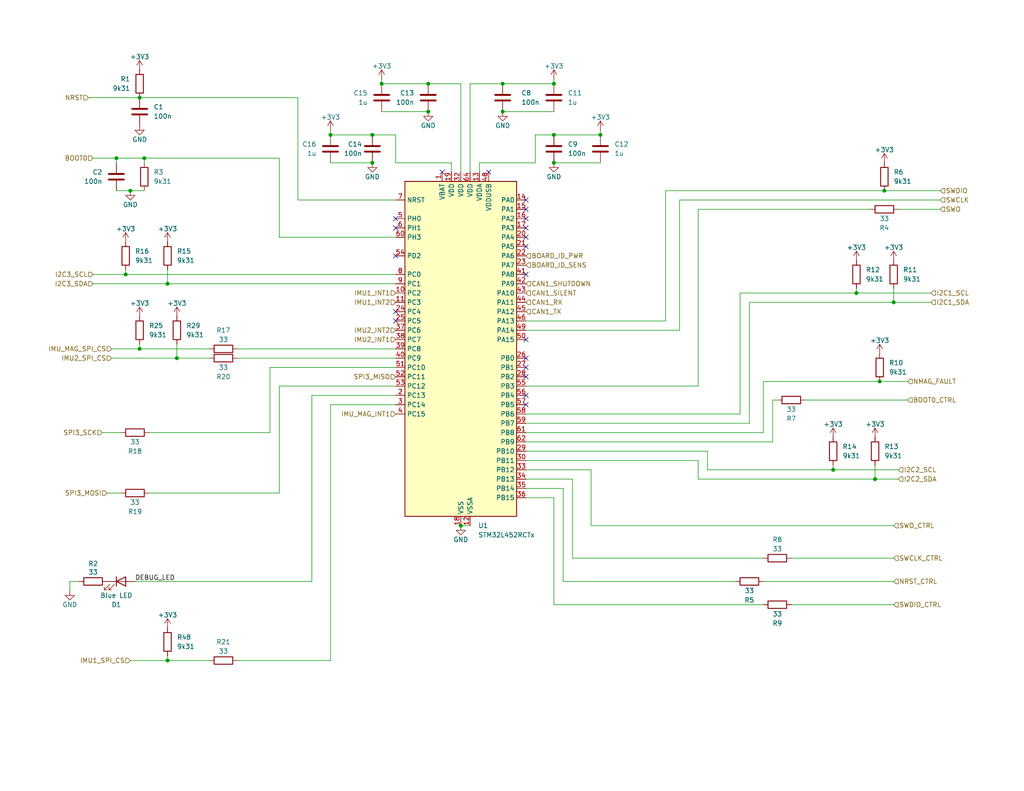
<source format=kicad_sch>
(kicad_sch (version 20231120) (generator "eeschema") (generator_version "8.0")
  (paper "USLetter")
  (title_block (title "Magnetorquer Control Board") (date "2025-02-12") (rev "${PCB_VERSION}") (company "TVSC"))
  (lib_symbols
    (symbol "Device:C" (pin_numbers hide) (pin_names (offset 0.254))
      (property "Reference" "C" (at 0.635 2.54 0))
      (property "Value" "C" (at 0.635 -2.54 0))
      (symbol "C_0_1"
        (polyline (pts (xy -2.032 -0.762) (xy 2.032 -0.762)) (stroke (width 0.508)))
        (polyline (pts (xy -2.032 0.762) (xy 2.032 0.762)) (stroke (width 0.508)))
      )
      (symbol "C_1_1"
        (pin passive line (at 0 3.81 270) (length 2.794) (name "~") (number "1"))
        (pin passive line (at 0 -3.81 90) (length 2.794) (name "~") (number "2"))
      )
    )
    (symbol "Device:LED" (pin_numbers hide) (pin_names (offset 1.016) hide)
      (property "Reference" "D" (at 0 2.54 0))
      (property "Value" "LED" (at 0 -2.54 0))
      (symbol "LED_0_1"
        (polyline (pts (xy -1.27 -1.27) (xy -1.27 1.27)) (stroke (width 0.254)))
        (polyline (pts (xy -1.27 0) (xy 1.27 0)))
        (polyline (pts (xy 1.27 -1.27) (xy 1.27 1.27) (xy -1.27 0) (xy 1.27 -1.27)) (stroke (width 0.254)))
        (polyline (pts (xy -3.048 -0.762) (xy -4.572 -2.286) (xy -3.81 -2.286) (xy -4.572 -2.286) (xy -4.572 -1.524)))
        (polyline (pts (xy -1.778 -0.762) (xy -3.302 -2.286) (xy -2.54 -2.286) (xy -3.302 -2.286) (xy -3.302 -1.524)))
      )
      (symbol "LED_1_1"
        (pin passive line (at -3.81 0 0) (length 2.54) (name "K") (number "1"))
        (pin passive line (at 3.81 0 180) (length 2.54) (name "A") (number "2"))
      )
    )
    (symbol "Device:R" (pin_numbers hide) (pin_names (offset 0))
      (property "Reference" "R" (at 2.032 0 90))
      (property "Value" "R" (at 0 0 90))
      (symbol "R_0_1"
        (rectangle (start -1.016 -2.54) (end 1.016 2.54) (stroke (width 0.254)))
      )
      (symbol "R_1_1"
        (pin passive line (at 0 3.81 270) (length 1.27) (name "~") (number "1"))
        (pin passive line (at 0 -3.81 90) (length 1.27) (name "~") (number "2"))
      )
    )
    (symbol "MCU_ST_STM32L4:STM32L452RCTx"
      (property "Reference" "U" (at -15.24 46.99 0))
      (property "Value" "STM32L452RCTx" (at 10.16 46.99 0))
      (symbol "STM32L452RCTx_0_1"
        (rectangle (start -15.24 -45.72) (end 15.24 45.72) (stroke (width 0.254)) (fill (type background)))
      )
      (symbol "STM32L452RCTx_1_1"
        (pin power_in line (at -5.08 48.26 270) (length 2.54) (name "VBAT") (number "1"))
        (pin bidirectional line (at -17.78 15.24 0) (length 2.54) (name "PC2") (number "10"))
        (pin bidirectional line (at -17.78 12.7 0) (length 2.54) (name "PC3") (number "11"))
        (pin power_in line (at 2.54 -48.26 90) (length 2.54) (name "VSSA") (number "12"))
        (pin power_in line (at 5.08 48.26 270) (length 2.54) (name "VDDA") (number "13"))
        (pin bidirectional line (at 17.78 40.64 180) (length 2.54) (name "PA0") (number "14"))
        (pin bidirectional line (at 17.78 38.1 180) (length 2.54) (name "PA1") (number "15"))
        (pin bidirectional line (at 17.78 35.56 180) (length 2.54) (name "PA2") (number "16"))
        (pin bidirectional line (at 17.78 33.02 180) (length 2.54) (name "PA3") (number "17"))
        (pin power_in line (at 0 -48.26 90) (length 2.54) (name "VSS") (number "18"))
        (pin power_in line (at -2.54 48.26 270) (length 2.54) (name "VDD") (number "19"))
        (pin bidirectional line (at -17.78 -12.7 0) (length 2.54) (name "PC13") (number "2"))
        (pin bidirectional line (at 17.78 30.48 180) (length 2.54) (name "PA4") (number "20"))
        (pin bidirectional line (at 17.78 27.94 180) (length 2.54) (name "PA5") (number "21"))
        (pin bidirectional line (at 17.78 25.4 180) (length 2.54) (name "PA6") (number "22"))
        (pin bidirectional line (at 17.78 22.86 180) (length 2.54) (name "PA7") (number "23"))
        (pin bidirectional line (at -17.78 10.16 0) (length 2.54) (name "PC4") (number "24"))
        (pin bidirectional line (at -17.78 7.62 0) (length 2.54) (name "PC5") (number "25"))
        (pin bidirectional line (at 17.78 -2.54 180) (length 2.54) (name "PB0") (number "26"))
        (pin bidirectional line (at 17.78 -5.08 180) (length 2.54) (name "PB1") (number "27"))
        (pin bidirectional line (at 17.78 -7.62 180) (length 2.54) (name "PB2") (number "28"))
        (pin bidirectional line (at 17.78 -27.94 180) (length 2.54) (name "PB10") (number "29"))
        (pin bidirectional line (at -17.78 -15.24 0) (length 2.54) (name "PC14") (number "3"))
        (pin bidirectional line (at 17.78 -30.48 180) (length 2.54) (name "PB11") (number "30"))
        (pin passive line (at 0 -48.26 90) (length 2.54) hide (name "VSS") (number "31"))
        (pin power_in line (at 0 48.26 270) (length 2.54) (name "VDD") (number "32"))
        (pin bidirectional line (at 17.78 -33.02 180) (length 2.54) (name "PB12") (number "33"))
        (pin bidirectional line (at 17.78 -35.56 180) (length 2.54) (name "PB13") (number "34"))
        (pin bidirectional line (at 17.78 -38.1 180) (length 2.54) (name "PB14") (number "35"))
        (pin bidirectional line (at 17.78 -40.64 180) (length 2.54) (name "PB15") (number "36"))
        (pin bidirectional line (at -17.78 5.08 0) (length 2.54) (name "PC6") (number "37"))
        (pin bidirectional line (at -17.78 2.54 0) (length 2.54) (name "PC7") (number "38"))
        (pin bidirectional line (at -17.78 0 0) (length 2.54) (name "PC8") (number "39"))
        (pin bidirectional line (at -17.78 -17.78 0) (length 2.54) (name "PC15") (number "4"))
        (pin bidirectional line (at -17.78 -2.54 0) (length 2.54) (name "PC9") (number "40"))
        (pin bidirectional line (at 17.78 20.32 180) (length 2.54) (name "PA8") (number "41"))
        (pin bidirectional line (at 17.78 17.78 180) (length 2.54) (name "PA9") (number "42"))
        (pin bidirectional line (at 17.78 15.24 180) (length 2.54) (name "PA10") (number "43"))
        (pin bidirectional line (at 17.78 12.7 180) (length 2.54) (name "PA11") (number "44"))
        (pin bidirectional line (at 17.78 10.16 180) (length 2.54) (name "PA12") (number "45"))
        (pin bidirectional line (at 17.78 7.62 180) (length 2.54) (name "PA13") (number "46"))
        (pin passive line (at 0 -48.26 90) (length 2.54) hide (name "VSS") (number "47"))
        (pin power_in line (at 7.62 48.26 270) (length 2.54) (name "VDDUSB") (number "48"))
        (pin bidirectional line (at 17.78 5.08 180) (length 2.54) (name "PA14") (number "49"))
        (pin bidirectional line (at -17.78 35.56 0) (length 2.54) (name "PH0") (number "5"))
        (pin bidirectional line (at 17.78 2.54 180) (length 2.54) (name "PA15") (number "50"))
        (pin bidirectional line (at -17.78 -5.08 0) (length 2.54) (name "PC10") (number "51"))
        (pin bidirectional line (at -17.78 -7.62 0) (length 2.54) (name "PC11") (number "52"))
        (pin bidirectional line (at -17.78 -10.16 0) (length 2.54) (name "PC12") (number "53"))
        (pin bidirectional line (at -17.78 25.4 0) (length 2.54) (name "PD2") (number "54"))
        (pin bidirectional line (at 17.78 -10.16 180) (length 2.54) (name "PB3") (number "55"))
        (pin bidirectional line (at 17.78 -12.7 180) (length 2.54) (name "PB4") (number "56"))
        (pin bidirectional line (at 17.78 -15.24 180) (length 2.54) (name "PB5") (number "57"))
        (pin bidirectional line (at 17.78 -17.78 180) (length 2.54) (name "PB6") (number "58"))
        (pin bidirectional line (at 17.78 -20.32 180) (length 2.54) (name "PB7") (number "59"))
        (pin bidirectional line (at -17.78 33.02 0) (length 2.54) (name "PH1") (number "6"))
        (pin bidirectional line (at -17.78 30.48 0) (length 2.54) (name "PH3") (number "60"))
        (pin bidirectional line (at 17.78 -22.86 180) (length 2.54) (name "PB8") (number "61"))
        (pin bidirectional line (at 17.78 -25.4 180) (length 2.54) (name "PB9") (number "62"))
        (pin passive line (at 0 -48.26 90) (length 2.54) hide (name "VSS") (number "63"))
        (pin power_in line (at 2.54 48.26 270) (length 2.54) (name "VDD") (number "64"))
        (pin input line (at -17.78 40.64 0) (length 2.54) (name "NRST") (number "7"))
        (pin bidirectional line (at -17.78 20.32 0) (length 2.54) (name "PC0") (number "8"))
        (pin bidirectional line (at -17.78 17.78 0) (length 2.54) (name "PC1") (number "9"))
      )
    )
    (symbol "power:+3V3" (power) (pin_numbers hide) (pin_names (offset 0) hide)
      (property "Value" "+3V3" (at 0 3.556 0))
      (symbol "+3V3_0_1"
        (polyline (pts (xy -0.762 1.27) (xy 0 2.54)))
        (polyline (pts (xy 0 0) (xy 0 2.54)))
        (polyline (pts (xy 0 2.54) (xy 0.762 1.27)))
      )
      (symbol "+3V3_1_1"
        (pin power_in line (at 0 0 90) (length 0) (name "~") (number "1"))
      )
    )
    (symbol "power:GND" (power) (pin_numbers hide) (pin_names (offset 0) hide)
      (property "Value" "GND" (at 0 -3.81 0))
      (symbol "GND_0_1"
        (polyline (pts (xy 0 0) (xy 0 -1.27) (xy 1.27 -1.27) (xy 0 -2.54) (xy -1.27 -1.27) (xy 0 -1.27)))
      )
      (symbol "GND_1_1"
        (pin power_in line (at 0 0 270) (length 0) (name "~") (number "1"))
      )
    )
  )
  (junction (at 101.6 44.45))
  (junction (at 238.76 130.81))
  (junction (at 45.72 77.47))
  (junction (at 31.75 43.18))
  (junction (at 240.03 104.14))
  (junction (at 233.68 80.01))
  (junction (at 104.14 22.86))
  (junction (at 39.37 43.18))
  (junction (at 125.73 143.51))
  (junction (at 227.33 128.27))
  (junction (at 243.84 82.55))
  (junction (at 151.13 22.86))
  (junction (at 45.72 180.34))
  (junction (at 137.16 22.86))
  (junction (at 34.29 74.93))
  (junction (at 116.84 22.86))
  (junction (at 241.3 52.07))
  (junction (at 48.26 97.79))
  (junction (at 35.56 52.07))
  (junction (at 151.13 44.45))
  (junction (at 116.84 30.48))
  (junction (at 38.1 95.25))
  (junction (at 101.6 36.83))
  (junction (at 38.1 26.67))
  (junction (at 137.16 30.48))
  (junction (at 90.17 36.83))
  (junction (at 163.83 36.83))
  (junction (at 151.13 36.83))
  (no_connect (at 133.35 46.99))
  (no_connect (at 143.51 92.71))
  (no_connect (at 143.51 67.31))
  (no_connect (at 143.51 54.61))
  (no_connect (at 143.51 97.79))
  (no_connect (at 143.51 64.77))
  (no_connect (at 107.95 62.23))
  (no_connect (at 107.95 87.63))
  (no_connect (at 107.95 59.69))
  (no_connect (at 143.51 59.69))
  (no_connect (at 143.51 100.33))
  (no_connect (at 107.95 85.09))
  (no_connect (at 143.51 57.15))
  (no_connect (at 120.65 46.99))
  (no_connect (at 143.51 107.95))
  (no_connect (at 143.51 74.93))
  (no_connect (at 143.51 62.23))
  (no_connect (at 143.51 102.87))
  (no_connect (at 143.51 110.49))
  (no_connect (at 107.95 69.85))
  (wire (pts (xy 143.51 118.11) (xy 208.28 118.11)))
  (wire (pts (xy 76.2 64.77) (xy 107.95 64.77)))
  (wire (pts (xy 107.95 36.83) (xy 101.6 36.83)))
  (wire (pts (xy 34.29 74.93) (xy 107.95 74.93)))
  (wire (pts (xy 104.14 21.59) (xy 104.14 22.86)))
  (wire (pts (xy 128.27 46.99) (xy 128.27 22.86)))
  (wire (pts (xy 64.77 97.79) (xy 107.95 97.79)))
  (wire (pts (xy 125.73 46.99) (xy 125.73 22.86)))
  (wire (pts (xy 151.13 165.1) (xy 208.28 165.1)))
  (wire (pts (xy 190.5 105.41) (xy 143.51 105.41)))
  (wire (pts (xy 163.83 36.83) (xy 151.13 36.83)))
  (wire (pts (xy 45.72 180.34) (xy 57.15 180.34)))
  (wire (pts (xy 185.42 54.61) (xy 256.54 54.61)))
  (wire (pts (xy 241.3 52.07) (xy 256.54 52.07)))
  (wire (pts (xy 143.51 120.65) (xy 210.82 120.65)))
  (wire (pts (xy 156.21 152.4) (xy 208.28 152.4)))
  (wire (pts (xy 107.95 36.83) (xy 107.95 44.45)))
  (wire (pts (xy 35.56 180.34) (xy 45.72 180.34)))
  (wire (pts (xy 190.5 57.15) (xy 190.5 105.41)))
  (wire (pts (xy 240.03 104.14) (xy 247.65 104.14)))
  (wire (pts (xy 73.66 118.11) (xy 73.66 100.33)))
  (wire (pts (xy 185.42 54.61) (xy 185.42 90.17)))
  (wire (pts (xy 151.13 21.59) (xy 151.13 22.86)))
  (wire (pts (xy 201.93 113.03) (xy 143.51 113.03)))
  (wire (pts (xy 45.72 73.66) (xy 45.72 77.47)))
  (wire (pts (xy 39.37 43.18) (xy 39.37 44.45)))
  (wire (pts (xy 240.03 104.14) (xy 208.28 104.14)))
  (wire (pts (xy 107.95 44.45) (xy 123.19 44.45)))
  (wire (pts (xy 146.05 44.45) (xy 146.05 36.83)))
  (wire (pts (xy 254 80.01) (xy 233.68 80.01)))
  (wire (pts (xy 143.51 87.63) (xy 181.61 87.63)))
  (wire (pts (xy 210.82 120.65) (xy 210.82 109.22)))
  (wire (pts (xy 128.27 22.86) (xy 137.16 22.86)))
  (wire (pts (xy 85.09 158.75) (xy 36.83 158.75)))
  (wire (pts (xy 190.5 57.15) (xy 237.49 57.15)))
  (wire (pts (xy 25.4 74.93) (xy 34.29 74.93)))
  (wire (pts (xy 125.73 143.51) (xy 128.27 143.51)))
  (wire (pts (xy 233.68 78.74) (xy 233.68 80.01)))
  (wire (pts (xy 27.94 118.11) (xy 33.02 118.11)))
  (wire (pts (xy 30.48 97.79) (xy 48.26 97.79)))
  (wire (pts (xy 40.64 118.11) (xy 73.66 118.11)))
  (wire (pts (xy 190.5 130.81) (xy 190.5 125.73)))
  (wire (pts (xy 243.84 165.1) (xy 215.9 165.1)))
  (wire (pts (xy 227.33 127) (xy 227.33 128.27)))
  (wire (pts (xy 143.51 135.89) (xy 151.13 135.89)))
  (wire (pts (xy 137.16 22.86) (xy 151.13 22.86)))
  (wire (pts (xy 90.17 36.83) (xy 101.6 36.83)))
  (wire (pts (xy 104.14 22.86) (xy 116.84 22.86)))
  (wire (pts (xy 85.09 107.95) (xy 107.95 107.95)))
  (wire (pts (xy 204.47 82.55) (xy 204.47 115.57)))
  (wire (pts (xy 143.51 130.81) (xy 156.21 130.81)))
  (wire (pts (xy 215.9 152.4) (xy 243.84 152.4)))
  (wire (pts (xy 90.17 110.49) (xy 107.95 110.49)))
  (wire (pts (xy 163.83 35.56) (xy 163.83 36.83)))
  (wire (pts (xy 76.2 134.62) (xy 76.2 105.41)))
  (wire (pts (xy 243.84 82.55) (xy 243.84 78.74)))
  (wire (pts (xy 245.11 57.15) (xy 256.54 57.15)))
  (wire (pts (xy 151.13 135.89) (xy 151.13 165.1)))
  (wire (pts (xy 146.05 36.83) (xy 151.13 36.83)))
  (wire (pts (xy 35.56 52.07) (xy 39.37 52.07)))
  (wire (pts (xy 181.61 52.07) (xy 181.61 87.63)))
  (wire (pts (xy 19.05 158.75) (xy 19.05 161.29)))
  (wire (pts (xy 204.47 82.55) (xy 243.84 82.55)))
  (wire (pts (xy 48.26 97.79) (xy 57.15 97.79)))
  (wire (pts (xy 90.17 35.56) (xy 90.17 36.83)))
  (wire (pts (xy 81.28 26.67) (xy 81.28 54.61)))
  (wire (pts (xy 31.75 44.45) (xy 31.75 43.18)))
  (wire (pts (xy 161.29 143.51) (xy 243.84 143.51)))
  (wire (pts (xy 30.48 95.25) (xy 38.1 95.25)))
  (wire (pts (xy 90.17 180.34) (xy 90.17 110.49)))
  (wire (pts (xy 153.67 158.75) (xy 200.66 158.75)))
  (wire (pts (xy 190.5 125.73) (xy 143.51 125.73)))
  (wire (pts (xy 29.21 134.62) (xy 33.02 134.62)))
  (wire (pts (xy 208.28 104.14) (xy 208.28 118.11)))
  (wire (pts (xy 31.75 52.07) (xy 35.56 52.07)))
  (wire (pts (xy 153.67 133.35) (xy 153.67 158.75)))
  (wire (pts (xy 64.77 95.25) (xy 107.95 95.25)))
  (wire (pts (xy 181.61 52.07) (xy 241.3 52.07)))
  (wire (pts (xy 101.6 44.45) (xy 90.17 44.45)))
  (wire (pts (xy 193.04 128.27) (xy 193.04 123.19)))
  (wire (pts (xy 24.13 26.67) (xy 38.1 26.67)))
  (wire (pts (xy 137.16 30.48) (xy 151.13 30.48)))
  (wire (pts (xy 116.84 30.48) (xy 104.14 30.48)))
  (wire (pts (xy 38.1 93.98) (xy 38.1 95.25)))
  (wire (pts (xy 19.05 158.75) (xy 21.59 158.75)))
  (wire (pts (xy 245.11 128.27) (xy 227.33 128.27)))
  (wire (pts (xy 73.66 100.33) (xy 107.95 100.33)))
  (wire (pts (xy 48.26 93.98) (xy 48.26 97.79)))
  (wire (pts (xy 81.28 54.61) (xy 107.95 54.61)))
  (wire (pts (xy 219.71 109.22) (xy 247.65 109.22)))
  (wire (pts (xy 161.29 128.27) (xy 143.51 128.27)))
  (wire (pts (xy 25.4 77.47) (xy 45.72 77.47)))
  (wire (pts (xy 204.47 115.57) (xy 143.51 115.57)))
  (wire (pts (xy 25.4 43.18) (xy 31.75 43.18)))
  (wire (pts (xy 233.68 80.01) (xy 201.93 80.01)))
  (wire (pts (xy 45.72 179.07) (xy 45.72 180.34)))
  (wire (pts (xy 45.72 77.47) (xy 107.95 77.47)))
  (wire (pts (xy 81.28 26.67) (xy 38.1 26.67)))
  (wire (pts (xy 156.21 130.81) (xy 156.21 152.4)))
  (wire (pts (xy 190.5 130.81) (xy 238.76 130.81)))
  (wire (pts (xy 130.81 44.45) (xy 146.05 44.45)))
  (wire (pts (xy 238.76 130.81) (xy 245.11 130.81)))
  (wire (pts (xy 193.04 123.19) (xy 143.51 123.19)))
  (wire (pts (xy 208.28 158.75) (xy 243.84 158.75)))
  (wire (pts (xy 161.29 143.51) (xy 161.29 128.27)))
  (wire (pts (xy 125.73 22.86) (xy 116.84 22.86)))
  (wire (pts (xy 38.1 95.25) (xy 57.15 95.25)))
  (wire (pts (xy 130.81 44.45) (xy 130.81 46.99)))
  (wire (pts (xy 143.51 90.17) (xy 185.42 90.17)))
  (wire (pts (xy 40.64 134.62) (xy 76.2 134.62)))
  (wire (pts (xy 64.77 180.34) (xy 90.17 180.34)))
  (wire (pts (xy 76.2 43.18) (xy 76.2 64.77)))
  (wire (pts (xy 254 82.55) (xy 243.84 82.55)))
  (wire (pts (xy 76.2 105.41) (xy 107.95 105.41)))
  (wire (pts (xy 85.09 107.95) (xy 85.09 158.75)))
  (wire (pts (xy 227.33 128.27) (xy 193.04 128.27)))
  (wire (pts (xy 143.51 133.35) (xy 153.67 133.35)))
  (wire (pts (xy 201.93 80.01) (xy 201.93 113.03)))
  (wire (pts (xy 210.82 109.22) (xy 212.09 109.22)))
  (wire (pts (xy 31.75 43.18) (xy 39.37 43.18)))
  (wire (pts (xy 238.76 127) (xy 238.76 130.81)))
  (wire (pts (xy 34.29 73.66) (xy 34.29 74.93)))
  (wire (pts (xy 39.37 43.18) (xy 76.2 43.18)))
  (wire (pts (xy 151.13 44.45) (xy 163.83 44.45)))
  (wire (pts (xy 123.19 44.45) (xy 123.19 46.99)))
  (label "DEBUG_LED" (at 36.83 158.75 0))
  (hierarchical_label "I2C1_SDA" (shape input) (at 254 82.55 0))
  (hierarchical_label "NRST_CTRL" (shape input) (at 243.84 158.75 0))
  (hierarchical_label "I2C1_SCL" (shape input) (at 254 80.01 0))
  (hierarchical_label "IMU2_INT2" (shape input) (at 107.95 90.17 180))
  (hierarchical_label "SWDIO_CTRL" (shape input) (at 243.84 165.1 0))
  (hierarchical_label "SWCLK" (shape input) (at 256.54 54.61 0))
  (hierarchical_label "SWO_CTRL" (shape input) (at 243.84 143.51 0))
  (hierarchical_label "IMU2_INT1" (shape input) (at 107.95 92.71 180))
  (hierarchical_label "BOOT0" (shape input) (at 25.4 43.18 180))
  (hierarchical_label "IMU_MAG_INT1" (shape input) (at 107.95 113.03 180))
  (hierarchical_label "SPI3_MISO" (shape input) (at 107.95 102.87 180))
  (hierarchical_label "I2C3_SDA" (shape input) (at 25.4 77.47 180))
  (hierarchical_label "SWO" (shape input) (at 256.54 57.15 0))
  (hierarchical_label "CAN1_SHUTDOWN" (shape input) (at 143.51 77.47 0))
  (hierarchical_label "IMU1_INT2" (shape input) (at 107.95 82.55 180))
  (hierarchical_label "I2C3_SCL" (shape input) (at 25.4 74.93 180))
  (hierarchical_label "CAN1_TX" (shape input) (at 143.51 85.09 0))
  (hierarchical_label "BOARD_ID_SENS" (shape input) (at 143.51 72.39 0))
  (hierarchical_label "CAN1_RX" (shape input) (at 143.51 82.55 0))
  (hierarchical_label "BOARD_ID_PWR" (shape input) (at 143.51 69.85 0))
  (hierarchical_label "SWDIO" (shape input) (at 256.54 52.07 0))
  (hierarchical_label "IMU1_INT1" (shape input) (at 107.95 80.01 180))
  (hierarchical_label "IMU2_SPI_CS" (shape input) (at 30.48 97.79 180))
  (hierarchical_label "IMU_MAG_SPI_CS" (shape input) (at 30.48 95.25 180))
  (hierarchical_label "I2C2_SDA" (shape input) (at 245.11 130.81 0))
  (hierarchical_label "BOOT0_CTRL" (shape input) (at 247.65 109.22 0))
  (hierarchical_label "SPI3_SCK" (shape input) (at 27.94 118.11 180))
  (hierarchical_label "CAN1_SILENT" (shape input) (at 143.51 80.01 0))
  (hierarchical_label "SWCLK_CTRL" (shape input) (at 243.84 152.4 0))
  (hierarchical_label "I2C2_SCL" (shape input) (at 245.11 128.27 0))
  (hierarchical_label "IMU1_SPI_CS" (shape input) (at 35.56 180.34 180))
  (hierarchical_label "SPI3_MOSI" (shape input) (at 29.21 134.62 180))
  (hierarchical_label "NMAG_FAULT" (shape input) (at 247.65 104.14 0))
  (hierarchical_label "NRST" (shape input) (at 24.13 26.67 180))
  (symbol (lib_id "Device:R") (at 38.1 22.86 0) (mirror y) (unit 1)
    (property "Reference" "R1" (at 35.56 21.59 0) (effects (justify left)))
    (property "Value" "9k31" (at 35.56 24.13 0) (effects (justify left)))
    (property "Footprint" "footprints:Nondescript_R_0402_1005Metric" (effects (hide yes)))
    (property "MPN" "C270572" (effects (hide yes)))
    (property "Manufacturer" "UNI-ROYAL(Uniroyal Elec)" (effects (hide yes)))
    (property "Manufacturer Part Number" "0402WGF9311TCE" (effects (hide yes)))
    (property "Active" "Y" (effects (hide yes)))
    (property "Basic or Extended Component" "Basic" (effects (hide yes)))
  )
  (symbol (lib_id "Device:R") (at 227.33 123.19 0) (unit 1)
    (property "Reference" "R14" (at 229.87 121.92 0) (effects (justify left)))
    (property "Value" "9k31" (at 229.87 124.46 0) (effects (justify left)))
    (property "Footprint" "footprints:Nondescript_R_0402_1005Metric" (effects (hide yes)))
    (property "MPN" "C270572" (effects (hide yes)))
    (property "Manufacturer" "UNI-ROYAL(Uniroyal Elec)" (effects (hide yes)))
    (property "Manufacturer Part Number" "0402WGF9311TCE" (effects (hide yes)))
    (property "Active" "Y" (effects (hide yes)))
    (property "Basic or Extended Component" "Basic" (effects (hide yes)))
  )
  (symbol (lib_id "Device:R") (at 238.76 123.19 0) (unit 1)
    (property "Reference" "R13" (at 241.3 121.92 0) (effects (justify left)))
    (property "Value" "9k31" (at 241.3 124.46 0) (effects (justify left)))
    (property "Footprint" "footprints:Nondescript_R_0402_1005Metric" (effects (hide yes)))
    (property "MPN" "C270572" (effects (hide yes)))
    (property "Manufacturer" "UNI-ROYAL(Uniroyal Elec)" (effects (hide yes)))
    (property "Manufacturer Part Number" "0402WGF9311TCE" (effects (hide yes)))
    (property "Active" "Y" (effects (hide yes)))
    (property "Basic or Extended Component" "Basic" (effects (hide yes)))
  )
  (symbol (lib_id "power:+3V3") (at 90.17 35.56 0) (unit 1)
    (property "Reference" "#PWR31" (effects (hide yes)))
    (property "Value" "+3V3" (at 90.17 32.004 0))
  )
  (symbol (lib_id "Device:R") (at 36.83 118.11 90) (mirror x) (unit 1)
    (property "Reference" "R18" (at 36.83 123.19 90))
    (property "Value" "33" (at 36.83 120.65 90))
    (property "Footprint" "footprints:Nondescript_R_0402_1005Metric" (effects (hide yes)))
    (property "Active" "Y" (effects (hide yes)))
    (property "Basic or Extended Component" "Basic" (effects (hide yes)))
    (property "MPN" "C25105" (effects (hide yes)))
    (property "Manufacturer" "UNI-ROYAL(Uniroyal Elec)" (effects (hide yes)))
    (property "Manufacturer Part Number" "0402WGF330JTCE" (effects (hide yes)))
  )
  (symbol (lib_id "Device:R") (at 233.68 74.93 0) (unit 1)
    (property "Reference" "R12" (at 236.22 73.66 0) (effects (justify left)))
    (property "Value" "9k31" (at 236.22 76.2 0) (effects (justify left)))
    (property "Footprint" "footprints:Nondescript_R_0402_1005Metric" (effects (hide yes)))
    (property "MPN" "C270572" (effects (hide yes)))
    (property "Manufacturer" "UNI-ROYAL(Uniroyal Elec)" (effects (hide yes)))
    (property "Manufacturer Part Number" "0402WGF9311TCE" (effects (hide yes)))
    (property "Active" "Y" (effects (hide yes)))
    (property "Basic or Extended Component" "Basic" (effects (hide yes)))
  )
  (symbol (lib_id "Device:R") (at 212.09 152.4 90) (mirror x) (unit 1)
    (property "Reference" "R8" (at 212.09 147.32 90))
    (property "Value" "33" (at 212.09 149.86 90))
    (property "Footprint" "footprints:Nondescript_R_0402_1005Metric" (effects (hide yes)))
    (property "Active" "Y" (effects (hide yes)))
    (property "Basic or Extended Component" "Basic" (effects (hide yes)))
    (property "MPN" "C25105" (effects (hide yes)))
    (property "Manufacturer" "UNI-ROYAL(Uniroyal Elec)" (effects (hide yes)))
    (property "Manufacturer Part Number" "0402WGF330JTCE" (effects (hide yes)))
  )
  (symbol (lib_id "Device:C") (at 163.83 40.64 0) (unit 1)
    (property "Reference" "C12" (at 167.64 39.37 0) (effects (justify left)))
    (property "Value" "1u" (at 167.64 41.91 0) (effects (justify left)))
    (property "Footprint" "footprints:Nondescript_C_0402_1005Metric" (effects (hide yes)))
    (property "Active" "Y" (effects (hide yes)))
    (property "MPN" "C52923" (effects (hide yes)))
    (property "Manufacturer" "Samsung Electro-Mechanics" (effects (hide yes)))
    (property "Manufacturer Part Number" "CL05A105KA5NQNC" (effects (hide yes)))
    (property "Basic or Extended Component" "Basic" (effects (hide yes)))
  )
  (symbol (lib_id "Device:C") (at 116.84 26.67 0) (mirror y) (unit 1)
    (property "Reference" "C13" (at 113.03 25.4 0) (effects (justify left)))
    (property "Value" "100n" (at 113.03 27.94 0) (effects (justify left)))
    (property "Footprint" "footprints:Nondescript_C_0402_1005Metric" (effects (hide yes)))
    (property "Active" "Y" (effects (hide yes)))
    (property "MPN" "C1525" (effects (hide yes)))
    (property "Manufacturer" "Samsung Electro-Mechanics" (effects (hide yes)))
    (property "Manufacturer Part Number" "CL05B104KO5NNNC" (effects (hide yes)))
    (property "Basic or Extended Component" "Basic" (effects (hide yes)))
  )
  (symbol (lib_id "power:GND") (at 19.05 161.29 0) (unit 1)
    (property "Reference" "#PWR3" (effects (hide yes)))
    (property "Value" "GND" (at 19.05 165.1 0))
  )
  (symbol (lib_id "Device:R") (at 36.83 134.62 90) (mirror x) (unit 1)
    (property "Reference" "R19" (at 36.83 139.7 90))
    (property "Value" "33" (at 36.83 137.16 90))
    (property "Footprint" "footprints:Nondescript_R_0402_1005Metric" (effects (hide yes)))
    (property "Active" "Y" (effects (hide yes)))
    (property "Basic or Extended Component" "Basic" (effects (hide yes)))
    (property "MPN" "C25105" (effects (hide yes)))
    (property "Manufacturer" "UNI-ROYAL(Uniroyal Elec)" (effects (hide yes)))
    (property "Manufacturer Part Number" "0402WGF330JTCE" (effects (hide yes)))
  )
  (symbol (lib_id "power:+3V3") (at 241.3 44.45 0) (unit 1)
    (property "Reference" "#PWR7" (effects (hide yes)))
    (property "Value" "+3V3" (at 241.3 40.894 0))
  )
  (symbol (lib_id "power:+3V3") (at 45.72 171.45 0) (mirror y) (unit 1)
    (property "Reference" "#PWR51" (effects (hide yes)))
    (property "Value" "+3V3" (at 45.72 167.894 0))
  )
  (symbol (lib_id "power:+3V3") (at 163.83 35.56 0) (unit 1)
    (property "Reference" "#PWR27" (effects (hide yes)))
    (property "Value" "+3V3" (at 163.83 32.004 0))
  )
  (symbol (lib_id "MCU_ST_STM32L4:STM32L452RCTx") (at 125.73 95.25 0) (unit 1)
    (property "Reference" "U1" (at 130.4641 143.51 0) (effects (justify left)))
    (property "Value" "STM32L452RCTx" (at 130.4641 146.05 0) (effects (justify left)))
    (property "Footprint" "Package_QFP:LQFP-64_10x10mm_P0.5mm" (effects (hide yes)))
    (property "Datasheet" "https://www.st.com/resource/en/datasheet/stm32l452rc.pdf" (effects (hide yes)))
    (property "Description" "STMicroelectronics Arm Cortex-M4 MCU, 256KB flash, 160KB RAM, 80 MHz, 1.71-3.6V, 52 GPIO, LQFP64" (effects (hide yes)))
    (property "MPN" "C192722" (effects (hide yes)))
    (property "Manufacturer" "STMicroelectronics" (effects (hide yes)))
    (property "Manufacturer Part Number" "STM32L452RCT6" (effects (hide yes)))
    (property "Active" "Y" (effects (hide yes)))
    (property "Basic or Extended Component" "Extended" (effects (hide yes)))
  )
  (symbol (lib_id "Device:R") (at 34.29 69.85 0) (unit 1)
    (property "Reference" "R16" (at 36.83 68.58 0) (effects (justify left)))
    (property "Value" "9k31" (at 36.83 71.12 0) (effects (justify left)))
    (property "Footprint" "footprints:Nondescript_R_0402_1005Metric" (effects (hide yes)))
    (property "MPN" "C270572" (effects (hide yes)))
    (property "Manufacturer" "UNI-ROYAL(Uniroyal Elec)" (effects (hide yes)))
    (property "Manufacturer Part Number" "0402WGF9311TCE" (effects (hide yes)))
    (property "Active" "Y" (effects (hide yes)))
    (property "Basic or Extended Component" "Basic" (effects (hide yes)))
  )
  (symbol (lib_id "Device:C") (at 151.13 26.67 0) (unit 1)
    (property "Reference" "C11" (at 154.94 25.4 0) (effects (justify left)))
    (property "Value" "1u" (at 154.94 27.94 0) (effects (justify left)))
    (property "Footprint" "footprints:Nondescript_C_0402_1005Metric" (effects (hide yes)))
    (property "Active" "Y" (effects (hide yes)))
    (property "MPN" "C52923" (effects (hide yes)))
    (property "Manufacturer" "Samsung Electro-Mechanics" (effects (hide yes)))
    (property "Manufacturer Part Number" "CL05A105KA5NQNC" (effects (hide yes)))
    (property "Basic or Extended Component" "Basic" (effects (hide yes)))
  )
  (symbol (lib_id "power:+3V3") (at 238.76 119.38 0) (unit 1)
    (property "Reference" "#PWR39" (effects (hide yes)))
    (property "Value" "+3V3" (at 238.76 115.824 0))
  )
  (symbol (lib_id "Device:R") (at 243.84 74.93 0) (unit 1)
    (property "Reference" "R11" (at 246.38 73.66 0) (effects (justify left)))
    (property "Value" "9k31" (at 246.38 76.2 0) (effects (justify left)))
    (property "Footprint" "footprints:Nondescript_R_0402_1005Metric" (effects (hide yes)))
    (property "MPN" "C270572" (effects (hide yes)))
    (property "Manufacturer" "UNI-ROYAL(Uniroyal Elec)" (effects (hide yes)))
    (property "Manufacturer Part Number" "0402WGF9311TCE" (effects (hide yes)))
    (property "Active" "Y" (effects (hide yes)))
    (property "Basic or Extended Component" "Basic" (effects (hide yes)))
  )
  (symbol (lib_id "Device:R") (at 215.9 109.22 90) (mirror x) (unit 1)
    (property "Reference" "R7" (at 215.9 114.3 90))
    (property "Value" "33" (at 215.9 111.76 90))
    (property "Footprint" "footprints:Nondescript_R_0402_1005Metric" (effects (hide yes)))
    (property "Active" "Y" (effects (hide yes)))
    (property "Basic or Extended Component" "Basic" (effects (hide yes)))
    (property "MPN" "C25105" (effects (hide yes)))
    (property "Manufacturer" "UNI-ROYAL(Uniroyal Elec)" (effects (hide yes)))
    (property "Manufacturer Part Number" "0402WGF330JTCE" (effects (hide yes)))
  )
  (symbol (lib_id "power:GND") (at 101.6 44.45 0) (unit 1)
    (property "Reference" "#PWR32" (effects (hide yes)))
    (property "Value" "GND" (at 101.6 48.26 0))
  )
  (symbol (lib_id "Device:R") (at 204.47 158.75 90) (mirror x) (unit 1)
    (property "Reference" "R5" (at 204.47 163.83 90))
    (property "Value" "33" (at 204.47 161.29 90))
    (property "Footprint" "footprints:Nondescript_R_0402_1005Metric" (effects (hide yes)))
    (property "Active" "Y" (effects (hide yes)))
    (property "Basic or Extended Component" "Basic" (effects (hide yes)))
    (property "MPN" "C25105" (effects (hide yes)))
    (property "Manufacturer" "UNI-ROYAL(Uniroyal Elec)" (effects (hide yes)))
    (property "Manufacturer Part Number" "0402WGF330JTCE" (effects (hide yes)))
  )
  (symbol (lib_id "power:GND") (at 151.13 44.45 0) (unit 1)
    (property "Reference" "#PWR28" (effects (hide yes)))
    (property "Value" "GND" (at 151.13 48.26 0))
  )
  (symbol (lib_id "power:GND") (at 137.16 30.48 0) (unit 1)
    (property "Reference" "#PWR26" (effects (hide yes)))
    (property "Value" "GND" (at 137.16 34.29 0))
  )
  (symbol (lib_id "power:+3V3") (at 48.26 86.36 0) (mirror y) (unit 1)
    (property "Reference" "#PWR33" (effects (hide yes)))
    (property "Value" "+3V3" (at 48.26 82.804 0))
  )
  (symbol (lib_id "Device:C") (at 104.14 26.67 0) (mirror y) (unit 1)
    (property "Reference" "C15" (at 100.33 25.4 0) (effects (justify left)))
    (property "Value" "1u" (at 100.33 27.94 0) (effects (justify left)))
    (property "Footprint" "footprints:Nondescript_C_0402_1005Metric" (effects (hide yes)))
    (property "Active" "Y" (effects (hide yes)))
    (property "MPN" "C52923" (effects (hide yes)))
    (property "Manufacturer" "Samsung Electro-Mechanics" (effects (hide yes)))
    (property "Manufacturer Part Number" "CL05A105KA5NQNC" (effects (hide yes)))
    (property "Basic or Extended Component" "Basic" (effects (hide yes)))
  )
  (symbol (lib_id "Device:R") (at 48.26 90.17 0) (unit 1)
    (property "Reference" "R29" (at 50.8 88.9 0) (effects (justify left)))
    (property "Value" "9k31" (at 50.8 91.44 0) (effects (justify left)))
    (property "Footprint" "footprints:Nondescript_R_0402_1005Metric" (effects (hide yes)))
    (property "MPN" "C270572" (effects (hide yes)))
    (property "Manufacturer" "UNI-ROYAL(Uniroyal Elec)" (effects (hide yes)))
    (property "Manufacturer Part Number" "0402WGF9311TCE" (effects (hide yes)))
    (property "Active" "Y" (effects (hide yes)))
    (property "Basic or Extended Component" "Basic" (effects (hide yes)))
  )
  (symbol (lib_id "power:GND") (at 38.1 34.29 0) (unit 1)
    (property "Reference" "#PWR2" (effects (hide yes)))
    (property "Value" "GND" (at 38.1 38.1 0))
  )
  (symbol (lib_id "power:+3V3") (at 243.84 71.12 0) (unit 1)
    (property "Reference" "#PWR13" (effects (hide yes)))
    (property "Value" "+3V3" (at 243.84 67.564 0))
  )
  (symbol (lib_id "power:+3V3") (at 34.29 66.04 0) (unit 1)
    (property "Reference" "#PWR50" (effects (hide yes)))
    (property "Value" "+3V3" (at 34.29 62.484 0))
  )
  (symbol (lib_id "power:+3V3") (at 104.14 21.59 0) (mirror y) (unit 1)
    (property "Reference" "#PWR29" (effects (hide yes)))
    (property "Value" "+3V3" (at 104.14 18.034 0))
  )
  (symbol (lib_id "Device:R") (at 60.96 95.25 90) (unit 1)
    (property "Reference" "R17" (at 60.96 90.17 90))
    (property "Value" "33" (at 60.96 92.71 90))
    (property "Footprint" "footprints:Nondescript_R_0402_1005Metric" (effects (hide yes)))
    (property "Active" "Y" (effects (hide yes)))
    (property "Basic or Extended Component" "Basic" (effects (hide yes)))
    (property "MPN" "C25105" (effects (hide yes)))
    (property "Manufacturer" "UNI-ROYAL(Uniroyal Elec)" (effects (hide yes)))
    (property "Manufacturer Part Number" "0402WGF330JTCE" (effects (hide yes)))
  )
  (symbol (lib_id "power:+3V3") (at 233.68 71.12 0) (unit 1)
    (property "Reference" "#PWR38" (effects (hide yes)))
    (property "Value" "+3V3" (at 233.68 67.564 0))
  )
  (symbol (lib_id "power:+3V3") (at 240.03 96.52 0) (unit 1)
    (property "Reference" "#PWR8" (effects (hide yes)))
    (property "Value" "+3V3" (at 240.03 92.964 0))
  )
  (symbol (lib_id "Device:R") (at 241.3 57.15 90) (mirror x) (unit 1)
    (property "Reference" "R4" (at 241.3 62.23 90))
    (property "Value" "33" (at 241.3 59.69 90))
    (property "Footprint" "footprints:Nondescript_R_0402_1005Metric" (effects (hide yes)))
    (property "Active" "Y" (effects (hide yes)))
    (property "Basic or Extended Component" "Basic" (effects (hide yes)))
    (property "MPN" "C25105" (effects (hide yes)))
    (property "Manufacturer" "UNI-ROYAL(Uniroyal Elec)" (effects (hide yes)))
    (property "Manufacturer Part Number" "0402WGF330JTCE" (effects (hide yes)))
  )
  (symbol (lib_id "Device:R") (at 240.03 100.33 0) (unit 1)
    (property "Reference" "R10" (at 242.57 99.06 0) (effects (justify left)))
    (property "Value" "9k31" (at 242.57 101.6 0) (effects (justify left)))
    (property "Footprint" "footprints:Nondescript_R_0402_1005Metric" (effects (hide yes)))
    (property "MPN" "C270572" (effects (hide yes)))
    (property "Manufacturer" "UNI-ROYAL(Uniroyal Elec)" (effects (hide yes)))
    (property "Manufacturer Part Number" "0402WGF9311TCE" (effects (hide yes)))
    (property "Active" "Y" (effects (hide yes)))
    (property "Basic or Extended Component" "Basic" (effects (hide yes)))
  )
  (symbol (lib_id "Device:R") (at 39.37 48.26 0) (unit 1)
    (property "Reference" "R3" (at 41.91 46.99 0) (effects (justify left)))
    (property "Value" "9k31" (at 41.91 49.53 0) (effects (justify left)))
    (property "Footprint" "footprints:Nondescript_R_0402_1005Metric" (effects (hide yes)))
    (property "MPN" "C270572" (effects (hide yes)))
    (property "Manufacturer" "UNI-ROYAL(Uniroyal Elec)" (effects (hide yes)))
    (property "Manufacturer Part Number" "0402WGF9311TCE" (effects (hide yes)))
    (property "Active" "Y" (effects (hide yes)))
    (property "Basic or Extended Component" "Basic" (effects (hide yes)))
  )
  (symbol (lib_id "power:+3V3") (at 38.1 19.05 0) (unit 1)
    (property "Reference" "#PWR1" (effects (hide yes)))
    (property "Value" "+3V3" (at 38.1 15.494 0))
  )
  (symbol (lib_id "Device:R") (at 25.4 158.75 270) (mirror x) (unit 1)
    (property "Reference" "R2" (at 25.4 153.924 90))
    (property "Value" "33" (at 25.4 156.21 90))
    (property "Footprint" "footprints:Nondescript_R_0402_1005Metric" (effects (hide yes)))
    (property "MPN" "C25105" (effects (hide yes)))
    (property "Manufacturer" "UNI-ROYAL(Uniroyal Elec)" (effects (hide yes)))
    (property "Manufacturer Part Number" "0402WGF330JTCE" (effects (hide yes)))
    (property "Active" "Y" (effects (hide yes)))
    (property "Basic or Extended Component" "Basic" (effects (hide yes)))
  )
  (symbol (lib_id "power:GND") (at 125.73 143.51 0) (unit 1)
    (property "Reference" "#PWR6" (effects (hide yes)))
    (property "Value" "GND" (at 125.73 147.32 0))
  )
  (symbol (lib_id "Device:R") (at 45.72 175.26 0) (unit 1)
    (property "Reference" "R48" (at 48.26 173.99 0) (effects (justify left)))
    (property "Value" "9k31" (at 48.26 176.53 0) (effects (justify left)))
    (property "Footprint" "footprints:Nondescript_R_0402_1005Metric" (effects (hide yes)))
    (property "MPN" "C270572" (effects (hide yes)))
    (property "Manufacturer" "UNI-ROYAL(Uniroyal Elec)" (effects (hide yes)))
    (property "Manufacturer Part Number" "0402WGF9311TCE" (effects (hide yes)))
    (property "Active" "Y" (effects (hide yes)))
    (property "Basic or Extended Component" "Basic" (effects (hide yes)))
  )
  (symbol (lib_id "Device:R") (at 38.1 90.17 0) (unit 1)
    (property "Reference" "R25" (at 40.64 88.9 0) (effects (justify left)))
    (property "Value" "9k31" (at 40.64 91.44 0) (effects (justify left)))
    (property "Footprint" "footprints:Nondescript_R_0402_1005Metric" (effects (hide yes)))
    (property "MPN" "C270572" (effects (hide yes)))
    (property "Manufacturer" "UNI-ROYAL(Uniroyal Elec)" (effects (hide yes)))
    (property "Manufacturer Part Number" "0402WGF9311TCE" (effects (hide yes)))
    (property "Active" "Y" (effects (hide yes)))
    (property "Basic or Extended Component" "Basic" (effects (hide yes)))
  )
  (symbol (lib_id "Device:C") (at 38.1 30.48 0) (unit 1)
    (property "Reference" "C1" (at 41.91 29.21 0) (effects (justify left)))
    (property "Value" "100n" (at 41.91 31.75 0) (effects (justify left)))
    (property "Footprint" "footprints:Nondescript_C_0402_1005Metric" (effects (hide yes)))
    (property "Active" "Y" (effects (hide yes)))
    (property "MPN" "C1525" (effects (hide yes)))
    (property "Manufacturer" "Samsung Electro-Mechanics" (effects (hide yes)))
    (property "Manufacturer Part Number" "CL05B104KO5NNNC" (effects (hide yes)))
    (property "Basic or Extended Component" "Basic" (effects (hide yes)))
  )
  (symbol (lib_id "Device:LED") (at 33.02 158.75 0) (unit 1)
    (property "Reference" "D1" (at 31.75 165.1 0))
    (property "Value" "Blue LED" (at 31.75 162.56 0))
    (property "Footprint" "LED_SMD:LED_0603_1608Metric" (effects (hide yes)))
    (property "Active" "Y" (effects (hide yes)))
    (property "MPN" "C72041" (effects (hide yes)))
    (property "Manufacturer" "Everlight Elec" (effects (hide yes)))
    (property "Manufacturer Part Number" "19-217/BHC-ZL1M2RY/3T" (effects (hide yes)))
    (property "Purpose" "+3.3V Power Indicator" (effects (hide yes)))
    (property "Basic or Extended Component" "Extended" (effects (hide yes)))
  )
  (symbol (lib_id "Device:C") (at 101.6 40.64 0) (mirror y) (unit 1)
    (property "Reference" "C14" (at 98.806 39.37 0) (effects (justify left)))
    (property "Value" "100n" (at 98.806 41.91 0) (effects (justify left)))
    (property "Footprint" "footprints:Nondescript_C_0402_1005Metric" (effects (hide yes)))
    (property "Active" "Y" (effects (hide yes)))
    (property "MPN" "C1525" (effects (hide yes)))
    (property "Manufacturer" "Samsung Electro-Mechanics" (effects (hide yes)))
    (property "Manufacturer Part Number" "CL05B104KO5NNNC" (effects (hide yes)))
    (property "Basic or Extended Component" "Basic" (effects (hide yes)))
  )
  (symbol (lib_id "Device:R") (at 60.96 97.79 90) (mirror x) (unit 1)
    (property "Reference" "R20" (at 60.96 102.87 90))
    (property "Value" "33" (at 60.96 100.33 90))
    (property "Footprint" "footprints:Nondescript_R_0402_1005Metric" (effects (hide yes)))
    (property "Active" "Y" (effects (hide yes)))
    (property "Basic or Extended Component" "Basic" (effects (hide yes)))
    (property "MPN" "C25105" (effects (hide yes)))
    (property "Manufacturer" "UNI-ROYAL(Uniroyal Elec)" (effects (hide yes)))
    (property "Manufacturer Part Number" "0402WGF330JTCE" (effects (hide yes)))
  )
  (symbol (lib_id "Device:C") (at 31.75 48.26 0) (mirror y) (unit 1)
    (property "Reference" "C2" (at 27.94 46.99 0) (effects (justify left)))
    (property "Value" "100n" (at 27.94 49.53 0) (effects (justify left)))
    (property "Footprint" "footprints:Nondescript_C_0402_1005Metric" (effects (hide yes)))
    (property "Active" "Y" (effects (hide yes)))
    (property "MPN" "C1525" (effects (hide yes)))
    (property "Manufacturer" "Samsung Electro-Mechanics" (effects (hide yes)))
    (property "Manufacturer Part Number" "CL05B104KO5NNNC" (effects (hide yes)))
    (property "Basic or Extended Component" "Basic" (effects (hide yes)))
  )
  (symbol (lib_id "Device:R") (at 241.3 48.26 0) (unit 1)
    (property "Reference" "R6" (at 243.84 46.99 0) (effects (justify left)))
    (property "Value" "9k31" (at 243.84 49.53 0) (effects (justify left)))
    (property "Footprint" "footprints:Nondescript_R_0402_1005Metric" (effects (hide yes)))
    (property "MPN" "C270572" (effects (hide yes)))
    (property "Manufacturer" "UNI-ROYAL(Uniroyal Elec)" (effects (hide yes)))
    (property "Manufacturer Part Number" "0402WGF9311TCE" (effects (hide yes)))
    (property "Active" "Y" (effects (hide yes)))
    (property "Basic or Extended Component" "Basic" (effects (hide yes)))
  )
  (symbol (lib_id "Device:C") (at 90.17 40.64 0) (mirror y) (unit 1)
    (property "Reference" "C16" (at 86.36 39.37 0) (effects (justify left)))
    (property "Value" "1u" (at 86.36 41.91 0) (effects (justify left)))
    (property "Footprint" "footprints:Nondescript_C_0402_1005Metric" (effects (hide yes)))
    (property "Active" "Y" (effects (hide yes)))
    (property "MPN" "C52923" (effects (hide yes)))
    (property "Manufacturer" "Samsung Electro-Mechanics" (effects (hide yes)))
    (property "Manufacturer Part Number" "CL05A105KA5NQNC" (effects (hide yes)))
    (property "Basic or Extended Component" "Basic" (effects (hide yes)))
  )
  (symbol (lib_id "power:+3V3") (at 45.72 66.04 0) (unit 1)
    (property "Reference" "#PWR47" (effects (hide yes)))
    (property "Value" "+3V3" (at 45.72 62.484 0))
  )
  (symbol (lib_id "power:+3V3") (at 38.1 86.36 0) (mirror y) (unit 1)
    (property "Reference" "#PWR5" (effects (hide yes)))
    (property "Value" "+3V3" (at 38.1 82.804 0))
  )
  (symbol (lib_id "Device:R") (at 45.72 69.85 0) (unit 1)
    (property "Reference" "R15" (at 48.26 68.58 0) (effects (justify left)))
    (property "Value" "9k31" (at 48.26 71.12 0) (effects (justify left)))
    (property "Footprint" "footprints:Nondescript_R_0402_1005Metric" (effects (hide yes)))
    (property "MPN" "C270572" (effects (hide yes)))
    (property "Manufacturer" "UNI-ROYAL(Uniroyal Elec)" (effects (hide yes)))
    (property "Manufacturer Part Number" "0402WGF9311TCE" (effects (hide yes)))
    (property "Active" "Y" (effects (hide yes)))
    (property "Basic or Extended Component" "Basic" (effects (hide yes)))
  )
  (symbol (lib_id "Device:C") (at 151.13 40.64 0) (unit 1)
    (property "Reference" "C9" (at 154.94 39.37 0) (effects (justify left)))
    (property "Value" "100n" (at 154.94 41.91 0) (effects (justify left)))
    (property "Footprint" "footprints:Nondescript_C_0402_1005Metric" (effects (hide yes)))
    (property "Active" "Y" (effects (hide yes)))
    (property "MPN" "C1525" (effects (hide yes)))
    (property "Manufacturer" "Samsung Electro-Mechanics" (effects (hide yes)))
    (property "Manufacturer Part Number" "CL05B104KO5NNNC" (effects (hide yes)))
    (property "Basic or Extended Component" "Basic" (effects (hide yes)))
  )
  (symbol (lib_id "Device:C") (at 137.16 26.67 0) (unit 1)
    (property "Reference" "C8" (at 142.24 25.4 0) (effects (justify left)))
    (property "Value" "100n" (at 142.24 27.94 0) (effects (justify left)))
    (property "Footprint" "footprints:Nondescript_C_0402_1005Metric" (effects (hide yes)))
    (property "Active" "Y" (effects (hide yes)))
    (property "MPN" "C1525" (effects (hide yes)))
    (property "Manufacturer" "Samsung Electro-Mechanics" (effects (hide yes)))
    (property "Manufacturer Part Number" "CL05B104KO5NNNC" (effects (hide yes)))
    (property "Basic or Extended Component" "Basic" (effects (hide yes)))
  )
  (symbol (lib_id "Device:R") (at 60.96 180.34 90) (unit 1)
    (property "Reference" "R21" (at 60.96 175.26 90))
    (property "Value" "33" (at 60.96 177.8 90))
    (property "Footprint" "footprints:Nondescript_R_0402_1005Metric" (effects (hide yes)))
    (property "Active" "Y" (effects (hide yes)))
    (property "Basic or Extended Component" "Basic" (effects (hide yes)))
    (property "MPN" "C25105" (effects (hide yes)))
    (property "Manufacturer" "UNI-ROYAL(Uniroyal Elec)" (effects (hide yes)))
    (property "Manufacturer Part Number" "0402WGF330JTCE" (effects (hide yes)))
  )
  (symbol (lib_id "power:GND") (at 35.56 52.07 0) (unit 1)
    (property "Reference" "#PWR4" (effects (hide yes)))
    (property "Value" "GND" (at 35.56 55.88 0))
  )
  (symbol (lib_id "power:+3V3") (at 151.13 21.59 0) (unit 1)
    (property "Reference" "#PWR24" (effects (hide yes)))
    (property "Value" "+3V3" (at 151.13 18.034 0))
  )
  (symbol (lib_id "power:+3V3") (at 227.33 119.38 0) (unit 1)
    (property "Reference" "#PWR46" (effects (hide yes)))
    (property "Value" "+3V3" (at 227.33 115.824 0))
  )
  (symbol (lib_id "power:GND") (at 116.84 30.48 0) (mirror y) (unit 1)
    (property "Reference" "#PWR30" (effects (hide yes)))
    (property "Value" "GND" (at 116.84 34.29 0))
  )
  (symbol (lib_id "Device:R") (at 212.09 165.1 90) (mirror x) (unit 1)
    (property "Reference" "R9" (at 212.09 170.18 90))
    (property "Value" "33" (at 212.09 167.64 90))
    (property "Footprint" "footprints:Nondescript_R_0402_1005Metric" (effects (hide yes)))
    (property "Active" "Y" (effects (hide yes)))
    (property "Basic or Extended Component" "Basic" (effects (hide yes)))
    (property "MPN" "C25105" (effects (hide yes)))
    (property "Manufacturer" "UNI-ROYAL(Uniroyal Elec)" (effects (hide yes)))
    (property "Manufacturer Part Number" "0402WGF330JTCE" (effects (hide yes)))
  )
)
</source>
